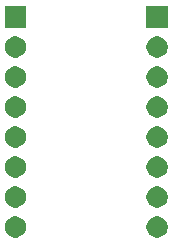
<source format=gbs>
G04 #@! TF.GenerationSoftware,KiCad,Pcbnew,(5.1.5)-3*
G04 #@! TF.CreationDate,2020-08-07T02:09:01-04:00*
G04 #@! TF.ProjectId,SOIC-16,534f4943-2d31-4362-9e6b-696361645f70,rev?*
G04 #@! TF.SameCoordinates,Original*
G04 #@! TF.FileFunction,Soldermask,Bot*
G04 #@! TF.FilePolarity,Negative*
%FSLAX46Y46*%
G04 Gerber Fmt 4.6, Leading zero omitted, Abs format (unit mm)*
G04 Created by KiCad (PCBNEW (5.1.5)-3) date 2020-08-07 02:09:01*
%MOMM*%
%LPD*%
G04 APERTURE LIST*
%ADD10C,0.100000*%
G04 APERTURE END LIST*
D10*
G36*
X119413512Y-90583927D02*
G01*
X119562812Y-90613624D01*
X119726784Y-90681544D01*
X119874354Y-90780147D01*
X119999853Y-90905646D01*
X120098456Y-91053216D01*
X120166376Y-91217188D01*
X120201000Y-91391259D01*
X120201000Y-91568741D01*
X120166376Y-91742812D01*
X120098456Y-91906784D01*
X119999853Y-92054354D01*
X119874354Y-92179853D01*
X119726784Y-92278456D01*
X119562812Y-92346376D01*
X119413512Y-92376073D01*
X119388742Y-92381000D01*
X119211258Y-92381000D01*
X119186488Y-92376073D01*
X119037188Y-92346376D01*
X118873216Y-92278456D01*
X118725646Y-92179853D01*
X118600147Y-92054354D01*
X118501544Y-91906784D01*
X118433624Y-91742812D01*
X118399000Y-91568741D01*
X118399000Y-91391259D01*
X118433624Y-91217188D01*
X118501544Y-91053216D01*
X118600147Y-90905646D01*
X118725646Y-90780147D01*
X118873216Y-90681544D01*
X119037188Y-90613624D01*
X119186488Y-90583927D01*
X119211258Y-90579000D01*
X119388742Y-90579000D01*
X119413512Y-90583927D01*
G37*
G36*
X131413512Y-90583927D02*
G01*
X131562812Y-90613624D01*
X131726784Y-90681544D01*
X131874354Y-90780147D01*
X131999853Y-90905646D01*
X132098456Y-91053216D01*
X132166376Y-91217188D01*
X132201000Y-91391259D01*
X132201000Y-91568741D01*
X132166376Y-91742812D01*
X132098456Y-91906784D01*
X131999853Y-92054354D01*
X131874354Y-92179853D01*
X131726784Y-92278456D01*
X131562812Y-92346376D01*
X131413512Y-92376073D01*
X131388742Y-92381000D01*
X131211258Y-92381000D01*
X131186488Y-92376073D01*
X131037188Y-92346376D01*
X130873216Y-92278456D01*
X130725646Y-92179853D01*
X130600147Y-92054354D01*
X130501544Y-91906784D01*
X130433624Y-91742812D01*
X130399000Y-91568741D01*
X130399000Y-91391259D01*
X130433624Y-91217188D01*
X130501544Y-91053216D01*
X130600147Y-90905646D01*
X130725646Y-90780147D01*
X130873216Y-90681544D01*
X131037188Y-90613624D01*
X131186488Y-90583927D01*
X131211258Y-90579000D01*
X131388742Y-90579000D01*
X131413512Y-90583927D01*
G37*
G36*
X119413512Y-88043927D02*
G01*
X119562812Y-88073624D01*
X119726784Y-88141544D01*
X119874354Y-88240147D01*
X119999853Y-88365646D01*
X120098456Y-88513216D01*
X120166376Y-88677188D01*
X120201000Y-88851259D01*
X120201000Y-89028741D01*
X120166376Y-89202812D01*
X120098456Y-89366784D01*
X119999853Y-89514354D01*
X119874354Y-89639853D01*
X119726784Y-89738456D01*
X119562812Y-89806376D01*
X119413512Y-89836073D01*
X119388742Y-89841000D01*
X119211258Y-89841000D01*
X119186488Y-89836073D01*
X119037188Y-89806376D01*
X118873216Y-89738456D01*
X118725646Y-89639853D01*
X118600147Y-89514354D01*
X118501544Y-89366784D01*
X118433624Y-89202812D01*
X118399000Y-89028741D01*
X118399000Y-88851259D01*
X118433624Y-88677188D01*
X118501544Y-88513216D01*
X118600147Y-88365646D01*
X118725646Y-88240147D01*
X118873216Y-88141544D01*
X119037188Y-88073624D01*
X119186488Y-88043927D01*
X119211258Y-88039000D01*
X119388742Y-88039000D01*
X119413512Y-88043927D01*
G37*
G36*
X131413512Y-88043927D02*
G01*
X131562812Y-88073624D01*
X131726784Y-88141544D01*
X131874354Y-88240147D01*
X131999853Y-88365646D01*
X132098456Y-88513216D01*
X132166376Y-88677188D01*
X132201000Y-88851259D01*
X132201000Y-89028741D01*
X132166376Y-89202812D01*
X132098456Y-89366784D01*
X131999853Y-89514354D01*
X131874354Y-89639853D01*
X131726784Y-89738456D01*
X131562812Y-89806376D01*
X131413512Y-89836073D01*
X131388742Y-89841000D01*
X131211258Y-89841000D01*
X131186488Y-89836073D01*
X131037188Y-89806376D01*
X130873216Y-89738456D01*
X130725646Y-89639853D01*
X130600147Y-89514354D01*
X130501544Y-89366784D01*
X130433624Y-89202812D01*
X130399000Y-89028741D01*
X130399000Y-88851259D01*
X130433624Y-88677188D01*
X130501544Y-88513216D01*
X130600147Y-88365646D01*
X130725646Y-88240147D01*
X130873216Y-88141544D01*
X131037188Y-88073624D01*
X131186488Y-88043927D01*
X131211258Y-88039000D01*
X131388742Y-88039000D01*
X131413512Y-88043927D01*
G37*
G36*
X131413512Y-85503927D02*
G01*
X131562812Y-85533624D01*
X131726784Y-85601544D01*
X131874354Y-85700147D01*
X131999853Y-85825646D01*
X132098456Y-85973216D01*
X132166376Y-86137188D01*
X132201000Y-86311259D01*
X132201000Y-86488741D01*
X132166376Y-86662812D01*
X132098456Y-86826784D01*
X131999853Y-86974354D01*
X131874354Y-87099853D01*
X131726784Y-87198456D01*
X131562812Y-87266376D01*
X131413512Y-87296073D01*
X131388742Y-87301000D01*
X131211258Y-87301000D01*
X131186488Y-87296073D01*
X131037188Y-87266376D01*
X130873216Y-87198456D01*
X130725646Y-87099853D01*
X130600147Y-86974354D01*
X130501544Y-86826784D01*
X130433624Y-86662812D01*
X130399000Y-86488741D01*
X130399000Y-86311259D01*
X130433624Y-86137188D01*
X130501544Y-85973216D01*
X130600147Y-85825646D01*
X130725646Y-85700147D01*
X130873216Y-85601544D01*
X131037188Y-85533624D01*
X131186488Y-85503927D01*
X131211258Y-85499000D01*
X131388742Y-85499000D01*
X131413512Y-85503927D01*
G37*
G36*
X119413512Y-85503927D02*
G01*
X119562812Y-85533624D01*
X119726784Y-85601544D01*
X119874354Y-85700147D01*
X119999853Y-85825646D01*
X120098456Y-85973216D01*
X120166376Y-86137188D01*
X120201000Y-86311259D01*
X120201000Y-86488741D01*
X120166376Y-86662812D01*
X120098456Y-86826784D01*
X119999853Y-86974354D01*
X119874354Y-87099853D01*
X119726784Y-87198456D01*
X119562812Y-87266376D01*
X119413512Y-87296073D01*
X119388742Y-87301000D01*
X119211258Y-87301000D01*
X119186488Y-87296073D01*
X119037188Y-87266376D01*
X118873216Y-87198456D01*
X118725646Y-87099853D01*
X118600147Y-86974354D01*
X118501544Y-86826784D01*
X118433624Y-86662812D01*
X118399000Y-86488741D01*
X118399000Y-86311259D01*
X118433624Y-86137188D01*
X118501544Y-85973216D01*
X118600147Y-85825646D01*
X118725646Y-85700147D01*
X118873216Y-85601544D01*
X119037188Y-85533624D01*
X119186488Y-85503927D01*
X119211258Y-85499000D01*
X119388742Y-85499000D01*
X119413512Y-85503927D01*
G37*
G36*
X131413512Y-82963927D02*
G01*
X131562812Y-82993624D01*
X131726784Y-83061544D01*
X131874354Y-83160147D01*
X131999853Y-83285646D01*
X132098456Y-83433216D01*
X132166376Y-83597188D01*
X132201000Y-83771259D01*
X132201000Y-83948741D01*
X132166376Y-84122812D01*
X132098456Y-84286784D01*
X131999853Y-84434354D01*
X131874354Y-84559853D01*
X131726784Y-84658456D01*
X131562812Y-84726376D01*
X131413512Y-84756073D01*
X131388742Y-84761000D01*
X131211258Y-84761000D01*
X131186488Y-84756073D01*
X131037188Y-84726376D01*
X130873216Y-84658456D01*
X130725646Y-84559853D01*
X130600147Y-84434354D01*
X130501544Y-84286784D01*
X130433624Y-84122812D01*
X130399000Y-83948741D01*
X130399000Y-83771259D01*
X130433624Y-83597188D01*
X130501544Y-83433216D01*
X130600147Y-83285646D01*
X130725646Y-83160147D01*
X130873216Y-83061544D01*
X131037188Y-82993624D01*
X131186488Y-82963927D01*
X131211258Y-82959000D01*
X131388742Y-82959000D01*
X131413512Y-82963927D01*
G37*
G36*
X119413512Y-82963927D02*
G01*
X119562812Y-82993624D01*
X119726784Y-83061544D01*
X119874354Y-83160147D01*
X119999853Y-83285646D01*
X120098456Y-83433216D01*
X120166376Y-83597188D01*
X120201000Y-83771259D01*
X120201000Y-83948741D01*
X120166376Y-84122812D01*
X120098456Y-84286784D01*
X119999853Y-84434354D01*
X119874354Y-84559853D01*
X119726784Y-84658456D01*
X119562812Y-84726376D01*
X119413512Y-84756073D01*
X119388742Y-84761000D01*
X119211258Y-84761000D01*
X119186488Y-84756073D01*
X119037188Y-84726376D01*
X118873216Y-84658456D01*
X118725646Y-84559853D01*
X118600147Y-84434354D01*
X118501544Y-84286784D01*
X118433624Y-84122812D01*
X118399000Y-83948741D01*
X118399000Y-83771259D01*
X118433624Y-83597188D01*
X118501544Y-83433216D01*
X118600147Y-83285646D01*
X118725646Y-83160147D01*
X118873216Y-83061544D01*
X119037188Y-82993624D01*
X119186488Y-82963927D01*
X119211258Y-82959000D01*
X119388742Y-82959000D01*
X119413512Y-82963927D01*
G37*
G36*
X119413512Y-80423927D02*
G01*
X119562812Y-80453624D01*
X119726784Y-80521544D01*
X119874354Y-80620147D01*
X119999853Y-80745646D01*
X120098456Y-80893216D01*
X120166376Y-81057188D01*
X120201000Y-81231259D01*
X120201000Y-81408741D01*
X120166376Y-81582812D01*
X120098456Y-81746784D01*
X119999853Y-81894354D01*
X119874354Y-82019853D01*
X119726784Y-82118456D01*
X119562812Y-82186376D01*
X119413512Y-82216073D01*
X119388742Y-82221000D01*
X119211258Y-82221000D01*
X119186488Y-82216073D01*
X119037188Y-82186376D01*
X118873216Y-82118456D01*
X118725646Y-82019853D01*
X118600147Y-81894354D01*
X118501544Y-81746784D01*
X118433624Y-81582812D01*
X118399000Y-81408741D01*
X118399000Y-81231259D01*
X118433624Y-81057188D01*
X118501544Y-80893216D01*
X118600147Y-80745646D01*
X118725646Y-80620147D01*
X118873216Y-80521544D01*
X119037188Y-80453624D01*
X119186488Y-80423927D01*
X119211258Y-80419000D01*
X119388742Y-80419000D01*
X119413512Y-80423927D01*
G37*
G36*
X131413512Y-80423927D02*
G01*
X131562812Y-80453624D01*
X131726784Y-80521544D01*
X131874354Y-80620147D01*
X131999853Y-80745646D01*
X132098456Y-80893216D01*
X132166376Y-81057188D01*
X132201000Y-81231259D01*
X132201000Y-81408741D01*
X132166376Y-81582812D01*
X132098456Y-81746784D01*
X131999853Y-81894354D01*
X131874354Y-82019853D01*
X131726784Y-82118456D01*
X131562812Y-82186376D01*
X131413512Y-82216073D01*
X131388742Y-82221000D01*
X131211258Y-82221000D01*
X131186488Y-82216073D01*
X131037188Y-82186376D01*
X130873216Y-82118456D01*
X130725646Y-82019853D01*
X130600147Y-81894354D01*
X130501544Y-81746784D01*
X130433624Y-81582812D01*
X130399000Y-81408741D01*
X130399000Y-81231259D01*
X130433624Y-81057188D01*
X130501544Y-80893216D01*
X130600147Y-80745646D01*
X130725646Y-80620147D01*
X130873216Y-80521544D01*
X131037188Y-80453624D01*
X131186488Y-80423927D01*
X131211258Y-80419000D01*
X131388742Y-80419000D01*
X131413512Y-80423927D01*
G37*
G36*
X119413512Y-77883927D02*
G01*
X119562812Y-77913624D01*
X119726784Y-77981544D01*
X119874354Y-78080147D01*
X119999853Y-78205646D01*
X120098456Y-78353216D01*
X120166376Y-78517188D01*
X120201000Y-78691259D01*
X120201000Y-78868741D01*
X120166376Y-79042812D01*
X120098456Y-79206784D01*
X119999853Y-79354354D01*
X119874354Y-79479853D01*
X119726784Y-79578456D01*
X119562812Y-79646376D01*
X119413512Y-79676073D01*
X119388742Y-79681000D01*
X119211258Y-79681000D01*
X119186488Y-79676073D01*
X119037188Y-79646376D01*
X118873216Y-79578456D01*
X118725646Y-79479853D01*
X118600147Y-79354354D01*
X118501544Y-79206784D01*
X118433624Y-79042812D01*
X118399000Y-78868741D01*
X118399000Y-78691259D01*
X118433624Y-78517188D01*
X118501544Y-78353216D01*
X118600147Y-78205646D01*
X118725646Y-78080147D01*
X118873216Y-77981544D01*
X119037188Y-77913624D01*
X119186488Y-77883927D01*
X119211258Y-77879000D01*
X119388742Y-77879000D01*
X119413512Y-77883927D01*
G37*
G36*
X131413512Y-77883927D02*
G01*
X131562812Y-77913624D01*
X131726784Y-77981544D01*
X131874354Y-78080147D01*
X131999853Y-78205646D01*
X132098456Y-78353216D01*
X132166376Y-78517188D01*
X132201000Y-78691259D01*
X132201000Y-78868741D01*
X132166376Y-79042812D01*
X132098456Y-79206784D01*
X131999853Y-79354354D01*
X131874354Y-79479853D01*
X131726784Y-79578456D01*
X131562812Y-79646376D01*
X131413512Y-79676073D01*
X131388742Y-79681000D01*
X131211258Y-79681000D01*
X131186488Y-79676073D01*
X131037188Y-79646376D01*
X130873216Y-79578456D01*
X130725646Y-79479853D01*
X130600147Y-79354354D01*
X130501544Y-79206784D01*
X130433624Y-79042812D01*
X130399000Y-78868741D01*
X130399000Y-78691259D01*
X130433624Y-78517188D01*
X130501544Y-78353216D01*
X130600147Y-78205646D01*
X130725646Y-78080147D01*
X130873216Y-77981544D01*
X131037188Y-77913624D01*
X131186488Y-77883927D01*
X131211258Y-77879000D01*
X131388742Y-77879000D01*
X131413512Y-77883927D01*
G37*
G36*
X131413512Y-75343927D02*
G01*
X131562812Y-75373624D01*
X131726784Y-75441544D01*
X131874354Y-75540147D01*
X131999853Y-75665646D01*
X132098456Y-75813216D01*
X132166376Y-75977188D01*
X132201000Y-76151259D01*
X132201000Y-76328741D01*
X132166376Y-76502812D01*
X132098456Y-76666784D01*
X131999853Y-76814354D01*
X131874354Y-76939853D01*
X131726784Y-77038456D01*
X131562812Y-77106376D01*
X131413512Y-77136073D01*
X131388742Y-77141000D01*
X131211258Y-77141000D01*
X131186488Y-77136073D01*
X131037188Y-77106376D01*
X130873216Y-77038456D01*
X130725646Y-76939853D01*
X130600147Y-76814354D01*
X130501544Y-76666784D01*
X130433624Y-76502812D01*
X130399000Y-76328741D01*
X130399000Y-76151259D01*
X130433624Y-75977188D01*
X130501544Y-75813216D01*
X130600147Y-75665646D01*
X130725646Y-75540147D01*
X130873216Y-75441544D01*
X131037188Y-75373624D01*
X131186488Y-75343927D01*
X131211258Y-75339000D01*
X131388742Y-75339000D01*
X131413512Y-75343927D01*
G37*
G36*
X119413512Y-75343927D02*
G01*
X119562812Y-75373624D01*
X119726784Y-75441544D01*
X119874354Y-75540147D01*
X119999853Y-75665646D01*
X120098456Y-75813216D01*
X120166376Y-75977188D01*
X120201000Y-76151259D01*
X120201000Y-76328741D01*
X120166376Y-76502812D01*
X120098456Y-76666784D01*
X119999853Y-76814354D01*
X119874354Y-76939853D01*
X119726784Y-77038456D01*
X119562812Y-77106376D01*
X119413512Y-77136073D01*
X119388742Y-77141000D01*
X119211258Y-77141000D01*
X119186488Y-77136073D01*
X119037188Y-77106376D01*
X118873216Y-77038456D01*
X118725646Y-76939853D01*
X118600147Y-76814354D01*
X118501544Y-76666784D01*
X118433624Y-76502812D01*
X118399000Y-76328741D01*
X118399000Y-76151259D01*
X118433624Y-75977188D01*
X118501544Y-75813216D01*
X118600147Y-75665646D01*
X118725646Y-75540147D01*
X118873216Y-75441544D01*
X119037188Y-75373624D01*
X119186488Y-75343927D01*
X119211258Y-75339000D01*
X119388742Y-75339000D01*
X119413512Y-75343927D01*
G37*
G36*
X132201000Y-74601000D02*
G01*
X130399000Y-74601000D01*
X130399000Y-72799000D01*
X132201000Y-72799000D01*
X132201000Y-74601000D01*
G37*
G36*
X120201000Y-74601000D02*
G01*
X118399000Y-74601000D01*
X118399000Y-72799000D01*
X120201000Y-72799000D01*
X120201000Y-74601000D01*
G37*
M02*

</source>
